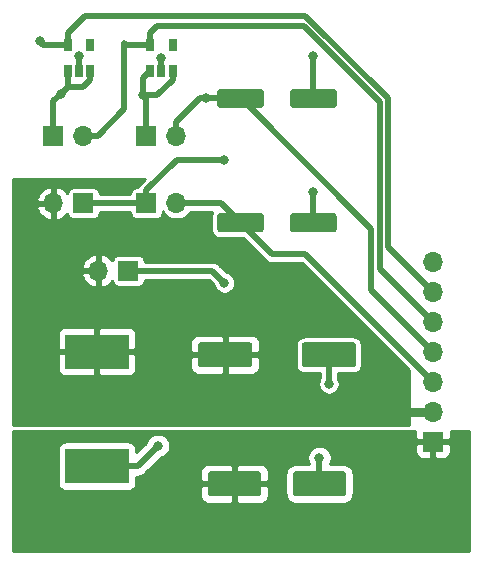
<source format=gbr>
G04 #@! TF.GenerationSoftware,KiCad,Pcbnew,5.1.5-1.fc30*
G04 #@! TF.CreationDate,2020-12-14T14:28:46-06:00*
G04 #@! TF.ProjectId,auxiliary_power,61757869-6c69-4617-9279-5f706f776572,rev?*
G04 #@! TF.SameCoordinates,Original*
G04 #@! TF.FileFunction,Copper,L1,Top*
G04 #@! TF.FilePolarity,Positive*
%FSLAX46Y46*%
G04 Gerber Fmt 4.6, Leading zero omitted, Abs format (unit mm)*
G04 Created by KiCad (PCBNEW 5.1.5-1.fc30) date 2020-12-14 14:28:46*
%MOMM*%
%LPD*%
G04 APERTURE LIST*
%ADD10R,0.650000X1.060000*%
%ADD11R,5.400000X2.900000*%
%ADD12O,1.700000X1.700000*%
%ADD13R,1.700000X1.700000*%
%ADD14C,0.100000*%
%ADD15C,0.800000*%
%ADD16C,0.500000*%
%ADD17C,0.500000*%
%ADD18C,0.250000*%
%ADD19C,0.750000*%
%ADD20C,0.254000*%
G04 APERTURE END LIST*
D10*
X93665000Y-74592000D03*
X95565000Y-74592000D03*
X95565000Y-76792000D03*
X94615000Y-76792000D03*
X93665000Y-76792000D03*
X100650000Y-74592000D03*
X102550000Y-74592000D03*
X102550000Y-76792000D03*
X101600000Y-76792000D03*
X100650000Y-76792000D03*
D11*
X96139000Y-110260000D03*
X96139000Y-100560000D03*
D12*
X102870000Y-88011000D03*
D13*
X100330000Y-88011000D03*
D12*
X94996000Y-82296000D03*
D13*
X92456000Y-82296000D03*
D12*
X92456000Y-88011000D03*
D13*
X94996000Y-88011000D03*
D12*
X102870000Y-82296000D03*
D13*
X100330000Y-82296000D03*
D12*
X96266000Y-93726000D03*
D13*
X98806000Y-93726000D03*
D12*
X124587000Y-92964000D03*
X124587000Y-95504000D03*
X124587000Y-98044000D03*
X124587000Y-100584000D03*
X124587000Y-103124000D03*
X124587000Y-105664000D03*
D13*
X124587000Y-108204000D03*
G04 #@! TA.AperFunction,SMDPad,CuDef*
D14*
G36*
X117853504Y-99789204D02*
G01*
X117877773Y-99792804D01*
X117901571Y-99798765D01*
X117924671Y-99807030D01*
X117946849Y-99817520D01*
X117967893Y-99830133D01*
X117987598Y-99844747D01*
X118005777Y-99861223D01*
X118022253Y-99879402D01*
X118036867Y-99899107D01*
X118049480Y-99920151D01*
X118059970Y-99942329D01*
X118068235Y-99965429D01*
X118074196Y-99989227D01*
X118077796Y-100013496D01*
X118079000Y-100038000D01*
X118079000Y-101638000D01*
X118077796Y-101662504D01*
X118074196Y-101686773D01*
X118068235Y-101710571D01*
X118059970Y-101733671D01*
X118049480Y-101755849D01*
X118036867Y-101776893D01*
X118022253Y-101796598D01*
X118005777Y-101814777D01*
X117987598Y-101831253D01*
X117967893Y-101845867D01*
X117946849Y-101858480D01*
X117924671Y-101868970D01*
X117901571Y-101877235D01*
X117877773Y-101883196D01*
X117853504Y-101886796D01*
X117829000Y-101888000D01*
X113729000Y-101888000D01*
X113704496Y-101886796D01*
X113680227Y-101883196D01*
X113656429Y-101877235D01*
X113633329Y-101868970D01*
X113611151Y-101858480D01*
X113590107Y-101845867D01*
X113570402Y-101831253D01*
X113552223Y-101814777D01*
X113535747Y-101796598D01*
X113521133Y-101776893D01*
X113508520Y-101755849D01*
X113498030Y-101733671D01*
X113489765Y-101710571D01*
X113483804Y-101686773D01*
X113480204Y-101662504D01*
X113479000Y-101638000D01*
X113479000Y-100038000D01*
X113480204Y-100013496D01*
X113483804Y-99989227D01*
X113489765Y-99965429D01*
X113498030Y-99942329D01*
X113508520Y-99920151D01*
X113521133Y-99899107D01*
X113535747Y-99879402D01*
X113552223Y-99861223D01*
X113570402Y-99844747D01*
X113590107Y-99830133D01*
X113611151Y-99817520D01*
X113633329Y-99807030D01*
X113656429Y-99798765D01*
X113680227Y-99792804D01*
X113704496Y-99789204D01*
X113729000Y-99788000D01*
X117829000Y-99788000D01*
X117853504Y-99789204D01*
G37*
G04 #@! TD.AperFunction*
G04 #@! TA.AperFunction,SMDPad,CuDef*
G36*
X109053504Y-99789204D02*
G01*
X109077773Y-99792804D01*
X109101571Y-99798765D01*
X109124671Y-99807030D01*
X109146849Y-99817520D01*
X109167893Y-99830133D01*
X109187598Y-99844747D01*
X109205777Y-99861223D01*
X109222253Y-99879402D01*
X109236867Y-99899107D01*
X109249480Y-99920151D01*
X109259970Y-99942329D01*
X109268235Y-99965429D01*
X109274196Y-99989227D01*
X109277796Y-100013496D01*
X109279000Y-100038000D01*
X109279000Y-101638000D01*
X109277796Y-101662504D01*
X109274196Y-101686773D01*
X109268235Y-101710571D01*
X109259970Y-101733671D01*
X109249480Y-101755849D01*
X109236867Y-101776893D01*
X109222253Y-101796598D01*
X109205777Y-101814777D01*
X109187598Y-101831253D01*
X109167893Y-101845867D01*
X109146849Y-101858480D01*
X109124671Y-101868970D01*
X109101571Y-101877235D01*
X109077773Y-101883196D01*
X109053504Y-101886796D01*
X109029000Y-101888000D01*
X104929000Y-101888000D01*
X104904496Y-101886796D01*
X104880227Y-101883196D01*
X104856429Y-101877235D01*
X104833329Y-101868970D01*
X104811151Y-101858480D01*
X104790107Y-101845867D01*
X104770402Y-101831253D01*
X104752223Y-101814777D01*
X104735747Y-101796598D01*
X104721133Y-101776893D01*
X104708520Y-101755849D01*
X104698030Y-101733671D01*
X104689765Y-101710571D01*
X104683804Y-101686773D01*
X104680204Y-101662504D01*
X104679000Y-101638000D01*
X104679000Y-100038000D01*
X104680204Y-100013496D01*
X104683804Y-99989227D01*
X104689765Y-99965429D01*
X104698030Y-99942329D01*
X104708520Y-99920151D01*
X104721133Y-99899107D01*
X104735747Y-99879402D01*
X104752223Y-99861223D01*
X104770402Y-99844747D01*
X104790107Y-99830133D01*
X104811151Y-99817520D01*
X104833329Y-99807030D01*
X104856429Y-99798765D01*
X104880227Y-99792804D01*
X104904496Y-99789204D01*
X104929000Y-99788000D01*
X109029000Y-99788000D01*
X109053504Y-99789204D01*
G37*
G04 #@! TD.AperFunction*
G04 #@! TA.AperFunction,SMDPad,CuDef*
G36*
X117003504Y-110711204D02*
G01*
X117027773Y-110714804D01*
X117051571Y-110720765D01*
X117074671Y-110729030D01*
X117096849Y-110739520D01*
X117117893Y-110752133D01*
X117137598Y-110766747D01*
X117155777Y-110783223D01*
X117172253Y-110801402D01*
X117186867Y-110821107D01*
X117199480Y-110842151D01*
X117209970Y-110864329D01*
X117218235Y-110887429D01*
X117224196Y-110911227D01*
X117227796Y-110935496D01*
X117229000Y-110960000D01*
X117229000Y-112560000D01*
X117227796Y-112584504D01*
X117224196Y-112608773D01*
X117218235Y-112632571D01*
X117209970Y-112655671D01*
X117199480Y-112677849D01*
X117186867Y-112698893D01*
X117172253Y-112718598D01*
X117155777Y-112736777D01*
X117137598Y-112753253D01*
X117117893Y-112767867D01*
X117096849Y-112780480D01*
X117074671Y-112790970D01*
X117051571Y-112799235D01*
X117027773Y-112805196D01*
X117003504Y-112808796D01*
X116979000Y-112810000D01*
X112979000Y-112810000D01*
X112954496Y-112808796D01*
X112930227Y-112805196D01*
X112906429Y-112799235D01*
X112883329Y-112790970D01*
X112861151Y-112780480D01*
X112840107Y-112767867D01*
X112820402Y-112753253D01*
X112802223Y-112736777D01*
X112785747Y-112718598D01*
X112771133Y-112698893D01*
X112758520Y-112677849D01*
X112748030Y-112655671D01*
X112739765Y-112632571D01*
X112733804Y-112608773D01*
X112730204Y-112584504D01*
X112729000Y-112560000D01*
X112729000Y-110960000D01*
X112730204Y-110935496D01*
X112733804Y-110911227D01*
X112739765Y-110887429D01*
X112748030Y-110864329D01*
X112758520Y-110842151D01*
X112771133Y-110821107D01*
X112785747Y-110801402D01*
X112802223Y-110783223D01*
X112820402Y-110766747D01*
X112840107Y-110752133D01*
X112861151Y-110739520D01*
X112883329Y-110729030D01*
X112906429Y-110720765D01*
X112930227Y-110714804D01*
X112954496Y-110711204D01*
X112979000Y-110710000D01*
X116979000Y-110710000D01*
X117003504Y-110711204D01*
G37*
G04 #@! TD.AperFunction*
G04 #@! TA.AperFunction,SMDPad,CuDef*
G36*
X109803504Y-110711204D02*
G01*
X109827773Y-110714804D01*
X109851571Y-110720765D01*
X109874671Y-110729030D01*
X109896849Y-110739520D01*
X109917893Y-110752133D01*
X109937598Y-110766747D01*
X109955777Y-110783223D01*
X109972253Y-110801402D01*
X109986867Y-110821107D01*
X109999480Y-110842151D01*
X110009970Y-110864329D01*
X110018235Y-110887429D01*
X110024196Y-110911227D01*
X110027796Y-110935496D01*
X110029000Y-110960000D01*
X110029000Y-112560000D01*
X110027796Y-112584504D01*
X110024196Y-112608773D01*
X110018235Y-112632571D01*
X110009970Y-112655671D01*
X109999480Y-112677849D01*
X109986867Y-112698893D01*
X109972253Y-112718598D01*
X109955777Y-112736777D01*
X109937598Y-112753253D01*
X109917893Y-112767867D01*
X109896849Y-112780480D01*
X109874671Y-112790970D01*
X109851571Y-112799235D01*
X109827773Y-112805196D01*
X109803504Y-112808796D01*
X109779000Y-112810000D01*
X105779000Y-112810000D01*
X105754496Y-112808796D01*
X105730227Y-112805196D01*
X105706429Y-112799235D01*
X105683329Y-112790970D01*
X105661151Y-112780480D01*
X105640107Y-112767867D01*
X105620402Y-112753253D01*
X105602223Y-112736777D01*
X105585747Y-112718598D01*
X105571133Y-112698893D01*
X105558520Y-112677849D01*
X105548030Y-112655671D01*
X105539765Y-112632571D01*
X105533804Y-112608773D01*
X105530204Y-112584504D01*
X105529000Y-112560000D01*
X105529000Y-110960000D01*
X105530204Y-110935496D01*
X105533804Y-110911227D01*
X105539765Y-110887429D01*
X105548030Y-110864329D01*
X105558520Y-110842151D01*
X105571133Y-110821107D01*
X105585747Y-110801402D01*
X105602223Y-110783223D01*
X105620402Y-110766747D01*
X105640107Y-110752133D01*
X105661151Y-110739520D01*
X105683329Y-110729030D01*
X105706429Y-110720765D01*
X105730227Y-110714804D01*
X105754496Y-110711204D01*
X105779000Y-110710000D01*
X109779000Y-110710000D01*
X109803504Y-110711204D01*
G37*
G04 #@! TD.AperFunction*
G04 #@! TA.AperFunction,SMDPad,CuDef*
G36*
X116203504Y-88863204D02*
G01*
X116227773Y-88866804D01*
X116251571Y-88872765D01*
X116274671Y-88881030D01*
X116296849Y-88891520D01*
X116317893Y-88904133D01*
X116337598Y-88918747D01*
X116355777Y-88935223D01*
X116372253Y-88953402D01*
X116386867Y-88973107D01*
X116399480Y-88994151D01*
X116409970Y-89016329D01*
X116418235Y-89039429D01*
X116424196Y-89063227D01*
X116427796Y-89087496D01*
X116429000Y-89112000D01*
X116429000Y-90212000D01*
X116427796Y-90236504D01*
X116424196Y-90260773D01*
X116418235Y-90284571D01*
X116409970Y-90307671D01*
X116399480Y-90329849D01*
X116386867Y-90350893D01*
X116372253Y-90370598D01*
X116355777Y-90388777D01*
X116337598Y-90405253D01*
X116317893Y-90419867D01*
X116296849Y-90432480D01*
X116274671Y-90442970D01*
X116251571Y-90451235D01*
X116227773Y-90457196D01*
X116203504Y-90460796D01*
X116179000Y-90462000D01*
X112754000Y-90462000D01*
X112729496Y-90460796D01*
X112705227Y-90457196D01*
X112681429Y-90451235D01*
X112658329Y-90442970D01*
X112636151Y-90432480D01*
X112615107Y-90419867D01*
X112595402Y-90405253D01*
X112577223Y-90388777D01*
X112560747Y-90370598D01*
X112546133Y-90350893D01*
X112533520Y-90329849D01*
X112523030Y-90307671D01*
X112514765Y-90284571D01*
X112508804Y-90260773D01*
X112505204Y-90236504D01*
X112504000Y-90212000D01*
X112504000Y-89112000D01*
X112505204Y-89087496D01*
X112508804Y-89063227D01*
X112514765Y-89039429D01*
X112523030Y-89016329D01*
X112533520Y-88994151D01*
X112546133Y-88973107D01*
X112560747Y-88953402D01*
X112577223Y-88935223D01*
X112595402Y-88918747D01*
X112615107Y-88904133D01*
X112636151Y-88891520D01*
X112658329Y-88881030D01*
X112681429Y-88872765D01*
X112705227Y-88866804D01*
X112729496Y-88863204D01*
X112754000Y-88862000D01*
X116179000Y-88862000D01*
X116203504Y-88863204D01*
G37*
G04 #@! TD.AperFunction*
G04 #@! TA.AperFunction,SMDPad,CuDef*
G36*
X110028504Y-88863204D02*
G01*
X110052773Y-88866804D01*
X110076571Y-88872765D01*
X110099671Y-88881030D01*
X110121849Y-88891520D01*
X110142893Y-88904133D01*
X110162598Y-88918747D01*
X110180777Y-88935223D01*
X110197253Y-88953402D01*
X110211867Y-88973107D01*
X110224480Y-88994151D01*
X110234970Y-89016329D01*
X110243235Y-89039429D01*
X110249196Y-89063227D01*
X110252796Y-89087496D01*
X110254000Y-89112000D01*
X110254000Y-90212000D01*
X110252796Y-90236504D01*
X110249196Y-90260773D01*
X110243235Y-90284571D01*
X110234970Y-90307671D01*
X110224480Y-90329849D01*
X110211867Y-90350893D01*
X110197253Y-90370598D01*
X110180777Y-90388777D01*
X110162598Y-90405253D01*
X110142893Y-90419867D01*
X110121849Y-90432480D01*
X110099671Y-90442970D01*
X110076571Y-90451235D01*
X110052773Y-90457196D01*
X110028504Y-90460796D01*
X110004000Y-90462000D01*
X106579000Y-90462000D01*
X106554496Y-90460796D01*
X106530227Y-90457196D01*
X106506429Y-90451235D01*
X106483329Y-90442970D01*
X106461151Y-90432480D01*
X106440107Y-90419867D01*
X106420402Y-90405253D01*
X106402223Y-90388777D01*
X106385747Y-90370598D01*
X106371133Y-90350893D01*
X106358520Y-90329849D01*
X106348030Y-90307671D01*
X106339765Y-90284571D01*
X106333804Y-90260773D01*
X106330204Y-90236504D01*
X106329000Y-90212000D01*
X106329000Y-89112000D01*
X106330204Y-89087496D01*
X106333804Y-89063227D01*
X106339765Y-89039429D01*
X106348030Y-89016329D01*
X106358520Y-88994151D01*
X106371133Y-88973107D01*
X106385747Y-88953402D01*
X106402223Y-88935223D01*
X106420402Y-88918747D01*
X106440107Y-88904133D01*
X106461151Y-88891520D01*
X106483329Y-88881030D01*
X106506429Y-88872765D01*
X106530227Y-88866804D01*
X106554496Y-88863204D01*
X106579000Y-88862000D01*
X110004000Y-88862000D01*
X110028504Y-88863204D01*
G37*
G04 #@! TD.AperFunction*
G04 #@! TA.AperFunction,SMDPad,CuDef*
G36*
X116203504Y-78322204D02*
G01*
X116227773Y-78325804D01*
X116251571Y-78331765D01*
X116274671Y-78340030D01*
X116296849Y-78350520D01*
X116317893Y-78363133D01*
X116337598Y-78377747D01*
X116355777Y-78394223D01*
X116372253Y-78412402D01*
X116386867Y-78432107D01*
X116399480Y-78453151D01*
X116409970Y-78475329D01*
X116418235Y-78498429D01*
X116424196Y-78522227D01*
X116427796Y-78546496D01*
X116429000Y-78571000D01*
X116429000Y-79671000D01*
X116427796Y-79695504D01*
X116424196Y-79719773D01*
X116418235Y-79743571D01*
X116409970Y-79766671D01*
X116399480Y-79788849D01*
X116386867Y-79809893D01*
X116372253Y-79829598D01*
X116355777Y-79847777D01*
X116337598Y-79864253D01*
X116317893Y-79878867D01*
X116296849Y-79891480D01*
X116274671Y-79901970D01*
X116251571Y-79910235D01*
X116227773Y-79916196D01*
X116203504Y-79919796D01*
X116179000Y-79921000D01*
X112754000Y-79921000D01*
X112729496Y-79919796D01*
X112705227Y-79916196D01*
X112681429Y-79910235D01*
X112658329Y-79901970D01*
X112636151Y-79891480D01*
X112615107Y-79878867D01*
X112595402Y-79864253D01*
X112577223Y-79847777D01*
X112560747Y-79829598D01*
X112546133Y-79809893D01*
X112533520Y-79788849D01*
X112523030Y-79766671D01*
X112514765Y-79743571D01*
X112508804Y-79719773D01*
X112505204Y-79695504D01*
X112504000Y-79671000D01*
X112504000Y-78571000D01*
X112505204Y-78546496D01*
X112508804Y-78522227D01*
X112514765Y-78498429D01*
X112523030Y-78475329D01*
X112533520Y-78453151D01*
X112546133Y-78432107D01*
X112560747Y-78412402D01*
X112577223Y-78394223D01*
X112595402Y-78377747D01*
X112615107Y-78363133D01*
X112636151Y-78350520D01*
X112658329Y-78340030D01*
X112681429Y-78331765D01*
X112705227Y-78325804D01*
X112729496Y-78322204D01*
X112754000Y-78321000D01*
X116179000Y-78321000D01*
X116203504Y-78322204D01*
G37*
G04 #@! TD.AperFunction*
G04 #@! TA.AperFunction,SMDPad,CuDef*
G36*
X110028504Y-78322204D02*
G01*
X110052773Y-78325804D01*
X110076571Y-78331765D01*
X110099671Y-78340030D01*
X110121849Y-78350520D01*
X110142893Y-78363133D01*
X110162598Y-78377747D01*
X110180777Y-78394223D01*
X110197253Y-78412402D01*
X110211867Y-78432107D01*
X110224480Y-78453151D01*
X110234970Y-78475329D01*
X110243235Y-78498429D01*
X110249196Y-78522227D01*
X110252796Y-78546496D01*
X110254000Y-78571000D01*
X110254000Y-79671000D01*
X110252796Y-79695504D01*
X110249196Y-79719773D01*
X110243235Y-79743571D01*
X110234970Y-79766671D01*
X110224480Y-79788849D01*
X110211867Y-79809893D01*
X110197253Y-79829598D01*
X110180777Y-79847777D01*
X110162598Y-79864253D01*
X110142893Y-79878867D01*
X110121849Y-79891480D01*
X110099671Y-79901970D01*
X110076571Y-79910235D01*
X110052773Y-79916196D01*
X110028504Y-79919796D01*
X110004000Y-79921000D01*
X106579000Y-79921000D01*
X106554496Y-79919796D01*
X106530227Y-79916196D01*
X106506429Y-79910235D01*
X106483329Y-79901970D01*
X106461151Y-79891480D01*
X106440107Y-79878867D01*
X106420402Y-79864253D01*
X106402223Y-79847777D01*
X106385747Y-79829598D01*
X106371133Y-79809893D01*
X106358520Y-79788849D01*
X106348030Y-79766671D01*
X106339765Y-79743571D01*
X106333804Y-79719773D01*
X106330204Y-79695504D01*
X106329000Y-79671000D01*
X106329000Y-78571000D01*
X106330204Y-78546496D01*
X106333804Y-78522227D01*
X106339765Y-78498429D01*
X106348030Y-78475329D01*
X106358520Y-78453151D01*
X106371133Y-78432107D01*
X106385747Y-78412402D01*
X106402223Y-78394223D01*
X106420402Y-78377747D01*
X106440107Y-78363133D01*
X106461151Y-78350520D01*
X106483329Y-78340030D01*
X106506429Y-78331765D01*
X106530227Y-78325804D01*
X106554496Y-78322204D01*
X106579000Y-78321000D01*
X110004000Y-78321000D01*
X110028504Y-78322204D01*
G37*
G04 #@! TD.AperFunction*
D15*
X115779000Y-103296000D03*
X114979000Y-109557000D03*
X114466500Y-75525500D03*
X114466500Y-87034500D03*
X101600000Y-75692000D03*
X94615000Y-75565000D03*
X93091000Y-78740000D03*
X100076000Y-78867000D03*
D16*
X98425000Y-74422000D03*
D15*
X91313000Y-74295000D03*
X106934000Y-94742000D03*
X106925000Y-84312000D03*
X105410000Y-79121000D03*
X108966000Y-111760000D03*
X105918000Y-115062000D03*
X110871000Y-100838000D03*
X101299000Y-108538000D03*
D17*
X115779000Y-100838000D02*
X115779000Y-103296000D01*
D18*
X115779000Y-103296000D02*
X115779000Y-103296000D01*
D17*
X114979000Y-111760000D02*
X114979000Y-109557000D01*
D18*
X114979000Y-109557000D02*
X114979000Y-109557000D01*
D17*
X114466500Y-79121000D02*
X114466500Y-75525500D01*
D18*
X114466500Y-75525500D02*
X114466500Y-75525500D01*
D17*
X114466500Y-89662000D02*
X114466500Y-87034500D01*
D18*
X114466500Y-87034500D02*
X114466500Y-87034500D01*
D17*
X101600000Y-76792000D02*
X101600000Y-75692000D01*
D18*
X101600000Y-75692000D02*
X101600000Y-75692000D01*
D17*
X94615000Y-76792000D02*
X94615000Y-76012000D01*
X94615000Y-76012000D02*
X94615000Y-75565000D01*
D18*
X94615000Y-75565000D02*
X94615000Y-75565000D01*
D17*
X92456000Y-79375000D02*
X93091000Y-78740000D01*
X92456000Y-82296000D02*
X92456000Y-79375000D01*
X93665000Y-78166000D02*
X93091000Y-78740000D01*
X93665000Y-76792000D02*
X93665000Y-78166000D01*
X94971000Y-78166000D02*
X93665000Y-78166000D01*
X95565000Y-77572000D02*
X94971000Y-78166000D01*
X95565000Y-76792000D02*
X95565000Y-77572000D01*
X100330000Y-79121000D02*
X100076000Y-78867000D01*
X100330000Y-82296000D02*
X100330000Y-79121000D01*
X100076000Y-77366000D02*
X100650000Y-76792000D01*
X100076000Y-78867000D02*
X100076000Y-77366000D01*
X100641685Y-78867000D02*
X100076000Y-78867000D01*
X101255000Y-78867000D02*
X100641685Y-78867000D01*
X102550000Y-77572000D02*
X101255000Y-78867000D01*
X102550000Y-76792000D02*
X102550000Y-77572000D01*
X100650000Y-74592000D02*
X98595000Y-74592000D01*
X98595000Y-74592000D02*
X98425000Y-74422000D01*
D18*
X98425000Y-74422000D02*
X98425000Y-74422000D01*
D17*
X98425000Y-74987685D02*
X98425000Y-74422000D01*
X98425000Y-80069081D02*
X98425000Y-74987685D01*
X96198081Y-82296000D02*
X98425000Y-80069081D01*
X94996000Y-82296000D02*
X96198081Y-82296000D01*
X123737001Y-97194001D02*
X124587000Y-98044000D01*
X100650000Y-74592000D02*
X100650000Y-73562000D01*
X100650000Y-73562000D02*
X101187000Y-73025000D01*
X120076990Y-93533990D02*
X123737001Y-97194001D01*
X101187000Y-73025000D02*
X113691038Y-73025000D01*
X120076990Y-79410952D02*
X120076990Y-93533990D01*
X113691038Y-73025000D02*
X120076990Y-79410952D01*
X93665000Y-74592000D02*
X91610000Y-74592000D01*
X91610000Y-74592000D02*
X91313000Y-74295000D01*
D18*
X91313000Y-74295000D02*
X91313000Y-74295000D01*
D17*
X93665000Y-73562000D02*
X95091000Y-72136000D01*
X93665000Y-74592000D02*
X93665000Y-73562000D01*
X95091000Y-72136000D02*
X113792000Y-72136000D01*
X113792000Y-72136000D02*
X120777000Y-79121000D01*
X120777000Y-91694000D02*
X124587000Y-95504000D01*
X120777000Y-79121000D02*
X120777000Y-91694000D01*
X105918000Y-93726000D02*
X106934000Y-94742000D01*
X98806000Y-93726000D02*
X105918000Y-93726000D01*
X94996000Y-88011000D02*
X100330000Y-88011000D01*
X106359315Y-84312000D02*
X106925000Y-84312000D01*
X102929000Y-84312000D02*
X106359315Y-84312000D01*
X100330000Y-86911000D02*
X102929000Y-84312000D01*
X100330000Y-88011000D02*
X100330000Y-86911000D01*
D18*
X106329000Y-79121000D02*
X108291500Y-79121000D01*
D17*
X104842919Y-79121000D02*
X105410000Y-79121000D01*
X102870000Y-81093919D02*
X104842919Y-79121000D01*
X102870000Y-82296000D02*
X102870000Y-81093919D01*
X105410000Y-79121000D02*
X106329000Y-79121000D01*
X119376980Y-95373980D02*
X123737001Y-99734001D01*
X123737001Y-99734001D02*
X124587000Y-100584000D01*
X119376980Y-90206480D02*
X119376980Y-95373980D01*
X108291500Y-79121000D02*
X119376980Y-90206480D01*
X106640500Y-88011000D02*
X108291500Y-89662000D01*
X102870000Y-88011000D02*
X105283000Y-88011000D01*
X105283000Y-88011000D02*
X106640500Y-88011000D01*
X110958500Y-92329000D02*
X108291500Y-89662000D01*
X124587000Y-103124000D02*
X113792000Y-92329000D01*
X113792000Y-92329000D02*
X110958500Y-92329000D01*
D18*
X96417000Y-100838000D02*
X96139000Y-100560000D01*
X110871000Y-100838000D02*
X110871000Y-100838000D01*
X96266000Y-100433000D02*
X96139000Y-100560000D01*
D19*
X124587000Y-105664000D02*
X121412000Y-105664000D01*
D17*
X99577000Y-110260000D02*
X101299000Y-108538000D01*
X96139000Y-110260000D02*
X99577000Y-110260000D01*
D20*
G36*
X123098928Y-107354000D02*
G01*
X123102000Y-107918250D01*
X123260750Y-108077000D01*
X124460000Y-108077000D01*
X124460000Y-108057000D01*
X124714000Y-108057000D01*
X124714000Y-108077000D01*
X125913250Y-108077000D01*
X126072000Y-107918250D01*
X126075072Y-107354000D01*
X126071231Y-107315000D01*
X127610000Y-107315000D01*
X127610001Y-117450000D01*
X89027000Y-117450000D01*
X89027000Y-112810000D01*
X104890928Y-112810000D01*
X104903188Y-112934482D01*
X104939498Y-113054180D01*
X104998463Y-113164494D01*
X105077815Y-113261185D01*
X105174506Y-113340537D01*
X105284820Y-113399502D01*
X105404518Y-113435812D01*
X105529000Y-113448072D01*
X107493250Y-113445000D01*
X107652000Y-113286250D01*
X107652000Y-111887000D01*
X107906000Y-111887000D01*
X107906000Y-113286250D01*
X108064750Y-113445000D01*
X110029000Y-113448072D01*
X110153482Y-113435812D01*
X110273180Y-113399502D01*
X110383494Y-113340537D01*
X110480185Y-113261185D01*
X110559537Y-113164494D01*
X110618502Y-113054180D01*
X110654812Y-112934482D01*
X110667072Y-112810000D01*
X110664000Y-112045750D01*
X110505250Y-111887000D01*
X107906000Y-111887000D01*
X107652000Y-111887000D01*
X105052750Y-111887000D01*
X104894000Y-112045750D01*
X104890928Y-112810000D01*
X89027000Y-112810000D01*
X89027000Y-108810000D01*
X92800928Y-108810000D01*
X92800928Y-111710000D01*
X92813188Y-111834482D01*
X92849498Y-111954180D01*
X92908463Y-112064494D01*
X92987815Y-112161185D01*
X93084506Y-112240537D01*
X93194820Y-112299502D01*
X93314518Y-112335812D01*
X93439000Y-112348072D01*
X98839000Y-112348072D01*
X98963482Y-112335812D01*
X99083180Y-112299502D01*
X99193494Y-112240537D01*
X99290185Y-112161185D01*
X99369537Y-112064494D01*
X99428502Y-111954180D01*
X99464812Y-111834482D01*
X99477072Y-111710000D01*
X99477072Y-111145000D01*
X99533531Y-111145000D01*
X99577000Y-111149281D01*
X99620469Y-111145000D01*
X99620477Y-111145000D01*
X99750490Y-111132195D01*
X99917313Y-111081589D01*
X100071059Y-110999411D01*
X100205817Y-110888817D01*
X100233534Y-110855044D01*
X100378578Y-110710000D01*
X104890928Y-110710000D01*
X104894000Y-111474250D01*
X105052750Y-111633000D01*
X107652000Y-111633000D01*
X107652000Y-110233750D01*
X107906000Y-110233750D01*
X107906000Y-111633000D01*
X110505250Y-111633000D01*
X110664000Y-111474250D01*
X110666067Y-110960000D01*
X112090928Y-110960000D01*
X112090928Y-112560000D01*
X112107992Y-112733254D01*
X112158528Y-112899850D01*
X112240595Y-113053386D01*
X112351038Y-113187962D01*
X112485614Y-113298405D01*
X112639150Y-113380472D01*
X112805746Y-113431008D01*
X112979000Y-113448072D01*
X116979000Y-113448072D01*
X117152254Y-113431008D01*
X117318850Y-113380472D01*
X117472386Y-113298405D01*
X117606962Y-113187962D01*
X117717405Y-113053386D01*
X117799472Y-112899850D01*
X117850008Y-112733254D01*
X117867072Y-112560000D01*
X117867072Y-110960000D01*
X117850008Y-110786746D01*
X117799472Y-110620150D01*
X117717405Y-110466614D01*
X117606962Y-110332038D01*
X117472386Y-110221595D01*
X117318850Y-110139528D01*
X117152254Y-110088992D01*
X116979000Y-110071928D01*
X115879720Y-110071928D01*
X115896205Y-110047256D01*
X115974226Y-109858898D01*
X116014000Y-109658939D01*
X116014000Y-109455061D01*
X115974226Y-109255102D01*
X115896205Y-109066744D01*
X115887690Y-109054000D01*
X123098928Y-109054000D01*
X123111188Y-109178482D01*
X123147498Y-109298180D01*
X123206463Y-109408494D01*
X123285815Y-109505185D01*
X123382506Y-109584537D01*
X123492820Y-109643502D01*
X123612518Y-109679812D01*
X123737000Y-109692072D01*
X124301250Y-109689000D01*
X124460000Y-109530250D01*
X124460000Y-108331000D01*
X124714000Y-108331000D01*
X124714000Y-109530250D01*
X124872750Y-109689000D01*
X125437000Y-109692072D01*
X125561482Y-109679812D01*
X125681180Y-109643502D01*
X125791494Y-109584537D01*
X125888185Y-109505185D01*
X125967537Y-109408494D01*
X126026502Y-109298180D01*
X126062812Y-109178482D01*
X126075072Y-109054000D01*
X126072000Y-108489750D01*
X125913250Y-108331000D01*
X124714000Y-108331000D01*
X124460000Y-108331000D01*
X123260750Y-108331000D01*
X123102000Y-108489750D01*
X123098928Y-109054000D01*
X115887690Y-109054000D01*
X115782937Y-108897226D01*
X115638774Y-108753063D01*
X115469256Y-108639795D01*
X115280898Y-108561774D01*
X115080939Y-108522000D01*
X114877061Y-108522000D01*
X114677102Y-108561774D01*
X114488744Y-108639795D01*
X114319226Y-108753063D01*
X114175063Y-108897226D01*
X114061795Y-109066744D01*
X113983774Y-109255102D01*
X113944000Y-109455061D01*
X113944000Y-109658939D01*
X113983774Y-109858898D01*
X114061795Y-110047256D01*
X114078280Y-110071928D01*
X112979000Y-110071928D01*
X112805746Y-110088992D01*
X112639150Y-110139528D01*
X112485614Y-110221595D01*
X112351038Y-110332038D01*
X112240595Y-110466614D01*
X112158528Y-110620150D01*
X112107992Y-110786746D01*
X112090928Y-110960000D01*
X110666067Y-110960000D01*
X110667072Y-110710000D01*
X110654812Y-110585518D01*
X110618502Y-110465820D01*
X110559537Y-110355506D01*
X110480185Y-110258815D01*
X110383494Y-110179463D01*
X110273180Y-110120498D01*
X110153482Y-110084188D01*
X110029000Y-110071928D01*
X108064750Y-110075000D01*
X107906000Y-110233750D01*
X107652000Y-110233750D01*
X107493250Y-110075000D01*
X105529000Y-110071928D01*
X105404518Y-110084188D01*
X105284820Y-110120498D01*
X105174506Y-110179463D01*
X105077815Y-110258815D01*
X104998463Y-110355506D01*
X104939498Y-110465820D01*
X104903188Y-110585518D01*
X104890928Y-110710000D01*
X100378578Y-110710000D01*
X101544044Y-109544535D01*
X101600898Y-109533226D01*
X101789256Y-109455205D01*
X101958774Y-109341937D01*
X102102937Y-109197774D01*
X102216205Y-109028256D01*
X102294226Y-108839898D01*
X102334000Y-108639939D01*
X102334000Y-108436061D01*
X102294226Y-108236102D01*
X102216205Y-108047744D01*
X102102937Y-107878226D01*
X101958774Y-107734063D01*
X101789256Y-107620795D01*
X101600898Y-107542774D01*
X101400939Y-107503000D01*
X101197061Y-107503000D01*
X100997102Y-107542774D01*
X100808744Y-107620795D01*
X100639226Y-107734063D01*
X100495063Y-107878226D01*
X100381795Y-108047744D01*
X100303774Y-108236102D01*
X100292465Y-108292956D01*
X99477072Y-109108350D01*
X99477072Y-108810000D01*
X99464812Y-108685518D01*
X99428502Y-108565820D01*
X99369537Y-108455506D01*
X99290185Y-108358815D01*
X99193494Y-108279463D01*
X99083180Y-108220498D01*
X98963482Y-108184188D01*
X98839000Y-108171928D01*
X93439000Y-108171928D01*
X93314518Y-108184188D01*
X93194820Y-108220498D01*
X93084506Y-108279463D01*
X92987815Y-108358815D01*
X92908463Y-108455506D01*
X92849498Y-108565820D01*
X92813188Y-108685518D01*
X92800928Y-108810000D01*
X89027000Y-108810000D01*
X89027000Y-107315000D01*
X123102769Y-107315000D01*
X123098928Y-107354000D01*
G37*
X123098928Y-107354000D02*
X123102000Y-107918250D01*
X123260750Y-108077000D01*
X124460000Y-108077000D01*
X124460000Y-108057000D01*
X124714000Y-108057000D01*
X124714000Y-108077000D01*
X125913250Y-108077000D01*
X126072000Y-107918250D01*
X126075072Y-107354000D01*
X126071231Y-107315000D01*
X127610000Y-107315000D01*
X127610001Y-117450000D01*
X89027000Y-117450000D01*
X89027000Y-112810000D01*
X104890928Y-112810000D01*
X104903188Y-112934482D01*
X104939498Y-113054180D01*
X104998463Y-113164494D01*
X105077815Y-113261185D01*
X105174506Y-113340537D01*
X105284820Y-113399502D01*
X105404518Y-113435812D01*
X105529000Y-113448072D01*
X107493250Y-113445000D01*
X107652000Y-113286250D01*
X107652000Y-111887000D01*
X107906000Y-111887000D01*
X107906000Y-113286250D01*
X108064750Y-113445000D01*
X110029000Y-113448072D01*
X110153482Y-113435812D01*
X110273180Y-113399502D01*
X110383494Y-113340537D01*
X110480185Y-113261185D01*
X110559537Y-113164494D01*
X110618502Y-113054180D01*
X110654812Y-112934482D01*
X110667072Y-112810000D01*
X110664000Y-112045750D01*
X110505250Y-111887000D01*
X107906000Y-111887000D01*
X107652000Y-111887000D01*
X105052750Y-111887000D01*
X104894000Y-112045750D01*
X104890928Y-112810000D01*
X89027000Y-112810000D01*
X89027000Y-108810000D01*
X92800928Y-108810000D01*
X92800928Y-111710000D01*
X92813188Y-111834482D01*
X92849498Y-111954180D01*
X92908463Y-112064494D01*
X92987815Y-112161185D01*
X93084506Y-112240537D01*
X93194820Y-112299502D01*
X93314518Y-112335812D01*
X93439000Y-112348072D01*
X98839000Y-112348072D01*
X98963482Y-112335812D01*
X99083180Y-112299502D01*
X99193494Y-112240537D01*
X99290185Y-112161185D01*
X99369537Y-112064494D01*
X99428502Y-111954180D01*
X99464812Y-111834482D01*
X99477072Y-111710000D01*
X99477072Y-111145000D01*
X99533531Y-111145000D01*
X99577000Y-111149281D01*
X99620469Y-111145000D01*
X99620477Y-111145000D01*
X99750490Y-111132195D01*
X99917313Y-111081589D01*
X100071059Y-110999411D01*
X100205817Y-110888817D01*
X100233534Y-110855044D01*
X100378578Y-110710000D01*
X104890928Y-110710000D01*
X104894000Y-111474250D01*
X105052750Y-111633000D01*
X107652000Y-111633000D01*
X107652000Y-110233750D01*
X107906000Y-110233750D01*
X107906000Y-111633000D01*
X110505250Y-111633000D01*
X110664000Y-111474250D01*
X110666067Y-110960000D01*
X112090928Y-110960000D01*
X112090928Y-112560000D01*
X112107992Y-112733254D01*
X112158528Y-112899850D01*
X112240595Y-113053386D01*
X112351038Y-113187962D01*
X112485614Y-113298405D01*
X112639150Y-113380472D01*
X112805746Y-113431008D01*
X112979000Y-113448072D01*
X116979000Y-113448072D01*
X117152254Y-113431008D01*
X117318850Y-113380472D01*
X117472386Y-113298405D01*
X117606962Y-113187962D01*
X117717405Y-113053386D01*
X117799472Y-112899850D01*
X117850008Y-112733254D01*
X117867072Y-112560000D01*
X117867072Y-110960000D01*
X117850008Y-110786746D01*
X117799472Y-110620150D01*
X117717405Y-110466614D01*
X117606962Y-110332038D01*
X117472386Y-110221595D01*
X117318850Y-110139528D01*
X117152254Y-110088992D01*
X116979000Y-110071928D01*
X115879720Y-110071928D01*
X115896205Y-110047256D01*
X115974226Y-109858898D01*
X116014000Y-109658939D01*
X116014000Y-109455061D01*
X115974226Y-109255102D01*
X115896205Y-109066744D01*
X115887690Y-109054000D01*
X123098928Y-109054000D01*
X123111188Y-109178482D01*
X123147498Y-109298180D01*
X123206463Y-109408494D01*
X123285815Y-109505185D01*
X123382506Y-109584537D01*
X123492820Y-109643502D01*
X123612518Y-109679812D01*
X123737000Y-109692072D01*
X124301250Y-109689000D01*
X124460000Y-109530250D01*
X124460000Y-108331000D01*
X124714000Y-108331000D01*
X124714000Y-109530250D01*
X124872750Y-109689000D01*
X125437000Y-109692072D01*
X125561482Y-109679812D01*
X125681180Y-109643502D01*
X125791494Y-109584537D01*
X125888185Y-109505185D01*
X125967537Y-109408494D01*
X126026502Y-109298180D01*
X126062812Y-109178482D01*
X126075072Y-109054000D01*
X126072000Y-108489750D01*
X125913250Y-108331000D01*
X124714000Y-108331000D01*
X124460000Y-108331000D01*
X123260750Y-108331000D01*
X123102000Y-108489750D01*
X123098928Y-109054000D01*
X115887690Y-109054000D01*
X115782937Y-108897226D01*
X115638774Y-108753063D01*
X115469256Y-108639795D01*
X115280898Y-108561774D01*
X115080939Y-108522000D01*
X114877061Y-108522000D01*
X114677102Y-108561774D01*
X114488744Y-108639795D01*
X114319226Y-108753063D01*
X114175063Y-108897226D01*
X114061795Y-109066744D01*
X113983774Y-109255102D01*
X113944000Y-109455061D01*
X113944000Y-109658939D01*
X113983774Y-109858898D01*
X114061795Y-110047256D01*
X114078280Y-110071928D01*
X112979000Y-110071928D01*
X112805746Y-110088992D01*
X112639150Y-110139528D01*
X112485614Y-110221595D01*
X112351038Y-110332038D01*
X112240595Y-110466614D01*
X112158528Y-110620150D01*
X112107992Y-110786746D01*
X112090928Y-110960000D01*
X110666067Y-110960000D01*
X110667072Y-110710000D01*
X110654812Y-110585518D01*
X110618502Y-110465820D01*
X110559537Y-110355506D01*
X110480185Y-110258815D01*
X110383494Y-110179463D01*
X110273180Y-110120498D01*
X110153482Y-110084188D01*
X110029000Y-110071928D01*
X108064750Y-110075000D01*
X107906000Y-110233750D01*
X107652000Y-110233750D01*
X107493250Y-110075000D01*
X105529000Y-110071928D01*
X105404518Y-110084188D01*
X105284820Y-110120498D01*
X105174506Y-110179463D01*
X105077815Y-110258815D01*
X104998463Y-110355506D01*
X104939498Y-110465820D01*
X104903188Y-110585518D01*
X104890928Y-110710000D01*
X100378578Y-110710000D01*
X101544044Y-109544535D01*
X101600898Y-109533226D01*
X101789256Y-109455205D01*
X101958774Y-109341937D01*
X102102937Y-109197774D01*
X102216205Y-109028256D01*
X102294226Y-108839898D01*
X102334000Y-108639939D01*
X102334000Y-108436061D01*
X102294226Y-108236102D01*
X102216205Y-108047744D01*
X102102937Y-107878226D01*
X101958774Y-107734063D01*
X101789256Y-107620795D01*
X101600898Y-107542774D01*
X101400939Y-107503000D01*
X101197061Y-107503000D01*
X100997102Y-107542774D01*
X100808744Y-107620795D01*
X100639226Y-107734063D01*
X100495063Y-107878226D01*
X100381795Y-108047744D01*
X100303774Y-108236102D01*
X100292465Y-108292956D01*
X99477072Y-109108350D01*
X99477072Y-108810000D01*
X99464812Y-108685518D01*
X99428502Y-108565820D01*
X99369537Y-108455506D01*
X99290185Y-108358815D01*
X99193494Y-108279463D01*
X99083180Y-108220498D01*
X98963482Y-108184188D01*
X98839000Y-108171928D01*
X93439000Y-108171928D01*
X93314518Y-108184188D01*
X93194820Y-108220498D01*
X93084506Y-108279463D01*
X92987815Y-108358815D01*
X92908463Y-108455506D01*
X92849498Y-108565820D01*
X92813188Y-108685518D01*
X92800928Y-108810000D01*
X89027000Y-108810000D01*
X89027000Y-107315000D01*
X123102769Y-107315000D01*
X123098928Y-107354000D01*
G36*
X99820347Y-86348681D02*
G01*
X99791421Y-86372420D01*
X99730334Y-86446855D01*
X99696697Y-86487841D01*
X99626312Y-86619523D01*
X99616902Y-86650543D01*
X99480000Y-86650543D01*
X99380415Y-86660351D01*
X99284657Y-86689399D01*
X99196405Y-86736571D01*
X99119052Y-86800052D01*
X99055571Y-86877405D01*
X99008399Y-86965657D01*
X98979351Y-87061415D01*
X98969543Y-87161000D01*
X98969543Y-87253000D01*
X96356457Y-87253000D01*
X96356457Y-87161000D01*
X96346649Y-87061415D01*
X96317601Y-86965657D01*
X96270429Y-86877405D01*
X96206948Y-86800052D01*
X96129595Y-86736571D01*
X96041343Y-86689399D01*
X95945585Y-86660351D01*
X95846000Y-86650543D01*
X94146000Y-86650543D01*
X94046415Y-86660351D01*
X93950657Y-86689399D01*
X93862405Y-86736571D01*
X93785052Y-86800052D01*
X93721571Y-86877405D01*
X93674399Y-86965657D01*
X93645351Y-87061415D01*
X93639867Y-87117097D01*
X93456269Y-86913412D01*
X93222920Y-86739359D01*
X92960099Y-86614175D01*
X92812890Y-86569524D01*
X92583000Y-86690845D01*
X92583000Y-87884000D01*
X92603000Y-87884000D01*
X92603000Y-88138000D01*
X92583000Y-88138000D01*
X92583000Y-89331155D01*
X92812890Y-89452476D01*
X92960099Y-89407825D01*
X93222920Y-89282641D01*
X93456269Y-89108588D01*
X93639867Y-88904903D01*
X93645351Y-88960585D01*
X93674399Y-89056343D01*
X93721571Y-89144595D01*
X93785052Y-89221948D01*
X93862405Y-89285429D01*
X93950657Y-89332601D01*
X94046415Y-89361649D01*
X94146000Y-89371457D01*
X95846000Y-89371457D01*
X95945585Y-89361649D01*
X96041343Y-89332601D01*
X96129595Y-89285429D01*
X96206948Y-89221948D01*
X96270429Y-89144595D01*
X96317601Y-89056343D01*
X96346649Y-88960585D01*
X96356457Y-88861000D01*
X96356457Y-88769000D01*
X98969543Y-88769000D01*
X98969543Y-88861000D01*
X98979351Y-88960585D01*
X99008399Y-89056343D01*
X99055571Y-89144595D01*
X99119052Y-89221948D01*
X99196405Y-89285429D01*
X99284657Y-89332601D01*
X99380415Y-89361649D01*
X99480000Y-89371457D01*
X101180000Y-89371457D01*
X101279585Y-89361649D01*
X101375343Y-89332601D01*
X101463595Y-89285429D01*
X101540948Y-89221948D01*
X101604429Y-89144595D01*
X101651601Y-89056343D01*
X101680649Y-88960585D01*
X101690457Y-88861000D01*
X101690457Y-88690025D01*
X101815172Y-88876675D01*
X102004325Y-89065828D01*
X102226746Y-89214444D01*
X102473886Y-89316813D01*
X102736249Y-89369000D01*
X103003751Y-89369000D01*
X103266114Y-89316813D01*
X103513254Y-89214444D01*
X103735675Y-89065828D01*
X103924828Y-88876675D01*
X103996774Y-88769000D01*
X105904216Y-88769000D01*
X105876429Y-88820986D01*
X105833155Y-88963642D01*
X105818543Y-89112000D01*
X105818543Y-90212000D01*
X105833155Y-90360358D01*
X105876429Y-90503014D01*
X105946703Y-90634487D01*
X106041276Y-90749724D01*
X106156513Y-90844297D01*
X106287986Y-90914571D01*
X106430642Y-90957845D01*
X106579000Y-90972457D01*
X108529984Y-90972457D01*
X110396185Y-92838659D01*
X110419920Y-92867580D01*
X110535340Y-92962303D01*
X110667023Y-93032689D01*
X110809906Y-93076032D01*
X110958500Y-93090667D01*
X110995732Y-93087000D01*
X113478028Y-93087000D01*
X122555000Y-102163974D01*
X122555000Y-106807000D01*
X89027000Y-106807000D01*
X89027000Y-102010000D01*
X92800928Y-102010000D01*
X92813188Y-102134482D01*
X92849498Y-102254180D01*
X92908463Y-102364494D01*
X92987815Y-102461185D01*
X93084506Y-102540537D01*
X93194820Y-102599502D01*
X93314518Y-102635812D01*
X93439000Y-102648072D01*
X95853250Y-102645000D01*
X96012000Y-102486250D01*
X96012000Y-100687000D01*
X96266000Y-100687000D01*
X96266000Y-102486250D01*
X96424750Y-102645000D01*
X98839000Y-102648072D01*
X98963482Y-102635812D01*
X99083180Y-102599502D01*
X99193494Y-102540537D01*
X99290185Y-102461185D01*
X99369537Y-102364494D01*
X99428502Y-102254180D01*
X99464812Y-102134482D01*
X99477072Y-102010000D01*
X99476751Y-101888000D01*
X104040928Y-101888000D01*
X104053188Y-102012482D01*
X104089498Y-102132180D01*
X104148463Y-102242494D01*
X104227815Y-102339185D01*
X104324506Y-102418537D01*
X104434820Y-102477502D01*
X104554518Y-102513812D01*
X104679000Y-102526072D01*
X106693250Y-102523000D01*
X106852000Y-102364250D01*
X106852000Y-100965000D01*
X107106000Y-100965000D01*
X107106000Y-102364250D01*
X107264750Y-102523000D01*
X109279000Y-102526072D01*
X109403482Y-102513812D01*
X109523180Y-102477502D01*
X109633494Y-102418537D01*
X109730185Y-102339185D01*
X109809537Y-102242494D01*
X109868502Y-102132180D01*
X109904812Y-102012482D01*
X109917072Y-101888000D01*
X109914000Y-101123750D01*
X109755250Y-100965000D01*
X107106000Y-100965000D01*
X106852000Y-100965000D01*
X104202750Y-100965000D01*
X104044000Y-101123750D01*
X104040928Y-101888000D01*
X99476751Y-101888000D01*
X99474000Y-100845750D01*
X99315250Y-100687000D01*
X96266000Y-100687000D01*
X96012000Y-100687000D01*
X92962750Y-100687000D01*
X92804000Y-100845750D01*
X92800928Y-102010000D01*
X89027000Y-102010000D01*
X89027000Y-99110000D01*
X92800928Y-99110000D01*
X92804000Y-100274250D01*
X92962750Y-100433000D01*
X96012000Y-100433000D01*
X96012000Y-98633750D01*
X96266000Y-98633750D01*
X96266000Y-100433000D01*
X99315250Y-100433000D01*
X99474000Y-100274250D01*
X99475283Y-99788000D01*
X104040928Y-99788000D01*
X104044000Y-100552250D01*
X104202750Y-100711000D01*
X106852000Y-100711000D01*
X106852000Y-99311750D01*
X107106000Y-99311750D01*
X107106000Y-100711000D01*
X109755250Y-100711000D01*
X109914000Y-100552250D01*
X109916067Y-100038000D01*
X112968543Y-100038000D01*
X112968543Y-101638000D01*
X112983155Y-101786358D01*
X113026429Y-101929014D01*
X113096703Y-102060487D01*
X113191276Y-102175724D01*
X113306513Y-102270297D01*
X113437986Y-102340571D01*
X113580642Y-102383845D01*
X113729000Y-102398457D01*
X115021001Y-102398457D01*
X115021001Y-102796070D01*
X114974341Y-102865901D01*
X114905894Y-103031146D01*
X114871000Y-103206570D01*
X114871000Y-103385430D01*
X114905894Y-103560854D01*
X114974341Y-103726099D01*
X115073711Y-103874816D01*
X115200184Y-104001289D01*
X115348901Y-104100659D01*
X115514146Y-104169106D01*
X115689570Y-104204000D01*
X115868430Y-104204000D01*
X116043854Y-104169106D01*
X116209099Y-104100659D01*
X116357816Y-104001289D01*
X116484289Y-103874816D01*
X116583659Y-103726099D01*
X116652106Y-103560854D01*
X116687000Y-103385430D01*
X116687000Y-103206570D01*
X116652106Y-103031146D01*
X116583659Y-102865901D01*
X116537000Y-102796071D01*
X116537000Y-102398457D01*
X117829000Y-102398457D01*
X117977358Y-102383845D01*
X118120014Y-102340571D01*
X118251487Y-102270297D01*
X118366724Y-102175724D01*
X118461297Y-102060487D01*
X118531571Y-101929014D01*
X118574845Y-101786358D01*
X118589457Y-101638000D01*
X118589457Y-100038000D01*
X118574845Y-99889642D01*
X118531571Y-99746986D01*
X118461297Y-99615513D01*
X118366724Y-99500276D01*
X118251487Y-99405703D01*
X118120014Y-99335429D01*
X117977358Y-99292155D01*
X117829000Y-99277543D01*
X113729000Y-99277543D01*
X113580642Y-99292155D01*
X113437986Y-99335429D01*
X113306513Y-99405703D01*
X113191276Y-99500276D01*
X113096703Y-99615513D01*
X113026429Y-99746986D01*
X112983155Y-99889642D01*
X112968543Y-100038000D01*
X109916067Y-100038000D01*
X109917072Y-99788000D01*
X109904812Y-99663518D01*
X109868502Y-99543820D01*
X109809537Y-99433506D01*
X109730185Y-99336815D01*
X109633494Y-99257463D01*
X109523180Y-99198498D01*
X109403482Y-99162188D01*
X109279000Y-99149928D01*
X107264750Y-99153000D01*
X107106000Y-99311750D01*
X106852000Y-99311750D01*
X106693250Y-99153000D01*
X104679000Y-99149928D01*
X104554518Y-99162188D01*
X104434820Y-99198498D01*
X104324506Y-99257463D01*
X104227815Y-99336815D01*
X104148463Y-99433506D01*
X104089498Y-99543820D01*
X104053188Y-99663518D01*
X104040928Y-99788000D01*
X99475283Y-99788000D01*
X99477072Y-99110000D01*
X99464812Y-98985518D01*
X99428502Y-98865820D01*
X99369537Y-98755506D01*
X99290185Y-98658815D01*
X99193494Y-98579463D01*
X99083180Y-98520498D01*
X98963482Y-98484188D01*
X98839000Y-98471928D01*
X96424750Y-98475000D01*
X96266000Y-98633750D01*
X96012000Y-98633750D01*
X95853250Y-98475000D01*
X93439000Y-98471928D01*
X93314518Y-98484188D01*
X93194820Y-98520498D01*
X93084506Y-98579463D01*
X92987815Y-98658815D01*
X92908463Y-98755506D01*
X92849498Y-98865820D01*
X92813188Y-98985518D01*
X92800928Y-99110000D01*
X89027000Y-99110000D01*
X89027000Y-94082891D01*
X94824519Y-94082891D01*
X94921843Y-94357252D01*
X95070822Y-94607355D01*
X95265731Y-94823588D01*
X95499080Y-94997641D01*
X95761901Y-95122825D01*
X95909110Y-95167476D01*
X96139000Y-95046155D01*
X96139000Y-93853000D01*
X94945186Y-93853000D01*
X94824519Y-94082891D01*
X89027000Y-94082891D01*
X89027000Y-93369109D01*
X94824519Y-93369109D01*
X94945186Y-93599000D01*
X96139000Y-93599000D01*
X96139000Y-92405845D01*
X96393000Y-92405845D01*
X96393000Y-93599000D01*
X96413000Y-93599000D01*
X96413000Y-93853000D01*
X96393000Y-93853000D01*
X96393000Y-95046155D01*
X96622890Y-95167476D01*
X96770099Y-95122825D01*
X97032920Y-94997641D01*
X97266269Y-94823588D01*
X97449867Y-94619903D01*
X97455351Y-94675585D01*
X97484399Y-94771343D01*
X97531571Y-94859595D01*
X97595052Y-94936948D01*
X97672405Y-95000429D01*
X97760657Y-95047601D01*
X97856415Y-95076649D01*
X97956000Y-95086457D01*
X99656000Y-95086457D01*
X99755585Y-95076649D01*
X99851343Y-95047601D01*
X99939595Y-95000429D01*
X100016948Y-94936948D01*
X100080429Y-94859595D01*
X100127601Y-94771343D01*
X100156649Y-94675585D01*
X100166457Y-94576000D01*
X100166457Y-94484000D01*
X105604028Y-94484000D01*
X106044509Y-94924482D01*
X106060894Y-95006854D01*
X106129341Y-95172099D01*
X106228711Y-95320816D01*
X106355184Y-95447289D01*
X106503901Y-95546659D01*
X106669146Y-95615106D01*
X106844570Y-95650000D01*
X107023430Y-95650000D01*
X107198854Y-95615106D01*
X107364099Y-95546659D01*
X107512816Y-95447289D01*
X107639289Y-95320816D01*
X107738659Y-95172099D01*
X107807106Y-95006854D01*
X107842000Y-94831430D01*
X107842000Y-94652570D01*
X107807106Y-94477146D01*
X107738659Y-94311901D01*
X107639289Y-94163184D01*
X107512816Y-94036711D01*
X107364099Y-93937341D01*
X107198854Y-93868894D01*
X107116482Y-93852509D01*
X106480323Y-93216351D01*
X106456580Y-93187420D01*
X106341160Y-93092697D01*
X106209477Y-93022311D01*
X106066594Y-92978968D01*
X105955232Y-92968000D01*
X105918000Y-92964333D01*
X105880768Y-92968000D01*
X100166457Y-92968000D01*
X100166457Y-92876000D01*
X100156649Y-92776415D01*
X100127601Y-92680657D01*
X100080429Y-92592405D01*
X100016948Y-92515052D01*
X99939595Y-92451571D01*
X99851343Y-92404399D01*
X99755585Y-92375351D01*
X99656000Y-92365543D01*
X97956000Y-92365543D01*
X97856415Y-92375351D01*
X97760657Y-92404399D01*
X97672405Y-92451571D01*
X97595052Y-92515052D01*
X97531571Y-92592405D01*
X97484399Y-92680657D01*
X97455351Y-92776415D01*
X97449867Y-92832097D01*
X97266269Y-92628412D01*
X97032920Y-92454359D01*
X96770099Y-92329175D01*
X96622890Y-92284524D01*
X96393000Y-92405845D01*
X96139000Y-92405845D01*
X95909110Y-92284524D01*
X95761901Y-92329175D01*
X95499080Y-92454359D01*
X95265731Y-92628412D01*
X95070822Y-92844645D01*
X94921843Y-93094748D01*
X94824519Y-93369109D01*
X89027000Y-93369109D01*
X89027000Y-88367891D01*
X91014519Y-88367891D01*
X91111843Y-88642252D01*
X91260822Y-88892355D01*
X91455731Y-89108588D01*
X91689080Y-89282641D01*
X91951901Y-89407825D01*
X92099110Y-89452476D01*
X92329000Y-89331155D01*
X92329000Y-88138000D01*
X91135186Y-88138000D01*
X91014519Y-88367891D01*
X89027000Y-88367891D01*
X89027000Y-87654109D01*
X91014519Y-87654109D01*
X91135186Y-87884000D01*
X92329000Y-87884000D01*
X92329000Y-86690845D01*
X92099110Y-86569524D01*
X91951901Y-86614175D01*
X91689080Y-86739359D01*
X91455731Y-86913412D01*
X91260822Y-87129645D01*
X91111843Y-87379748D01*
X91014519Y-87654109D01*
X89027000Y-87654109D01*
X89027000Y-85979000D01*
X100190028Y-85979000D01*
X99820347Y-86348681D01*
G37*
X99820347Y-86348681D02*
X99791421Y-86372420D01*
X99730334Y-86446855D01*
X99696697Y-86487841D01*
X99626312Y-86619523D01*
X99616902Y-86650543D01*
X99480000Y-86650543D01*
X99380415Y-86660351D01*
X99284657Y-86689399D01*
X99196405Y-86736571D01*
X99119052Y-86800052D01*
X99055571Y-86877405D01*
X99008399Y-86965657D01*
X98979351Y-87061415D01*
X98969543Y-87161000D01*
X98969543Y-87253000D01*
X96356457Y-87253000D01*
X96356457Y-87161000D01*
X96346649Y-87061415D01*
X96317601Y-86965657D01*
X96270429Y-86877405D01*
X96206948Y-86800052D01*
X96129595Y-86736571D01*
X96041343Y-86689399D01*
X95945585Y-86660351D01*
X95846000Y-86650543D01*
X94146000Y-86650543D01*
X94046415Y-86660351D01*
X93950657Y-86689399D01*
X93862405Y-86736571D01*
X93785052Y-86800052D01*
X93721571Y-86877405D01*
X93674399Y-86965657D01*
X93645351Y-87061415D01*
X93639867Y-87117097D01*
X93456269Y-86913412D01*
X93222920Y-86739359D01*
X92960099Y-86614175D01*
X92812890Y-86569524D01*
X92583000Y-86690845D01*
X92583000Y-87884000D01*
X92603000Y-87884000D01*
X92603000Y-88138000D01*
X92583000Y-88138000D01*
X92583000Y-89331155D01*
X92812890Y-89452476D01*
X92960099Y-89407825D01*
X93222920Y-89282641D01*
X93456269Y-89108588D01*
X93639867Y-88904903D01*
X93645351Y-88960585D01*
X93674399Y-89056343D01*
X93721571Y-89144595D01*
X93785052Y-89221948D01*
X93862405Y-89285429D01*
X93950657Y-89332601D01*
X94046415Y-89361649D01*
X94146000Y-89371457D01*
X95846000Y-89371457D01*
X95945585Y-89361649D01*
X96041343Y-89332601D01*
X96129595Y-89285429D01*
X96206948Y-89221948D01*
X96270429Y-89144595D01*
X96317601Y-89056343D01*
X96346649Y-88960585D01*
X96356457Y-88861000D01*
X96356457Y-88769000D01*
X98969543Y-88769000D01*
X98969543Y-88861000D01*
X98979351Y-88960585D01*
X99008399Y-89056343D01*
X99055571Y-89144595D01*
X99119052Y-89221948D01*
X99196405Y-89285429D01*
X99284657Y-89332601D01*
X99380415Y-89361649D01*
X99480000Y-89371457D01*
X101180000Y-89371457D01*
X101279585Y-89361649D01*
X101375343Y-89332601D01*
X101463595Y-89285429D01*
X101540948Y-89221948D01*
X101604429Y-89144595D01*
X101651601Y-89056343D01*
X101680649Y-88960585D01*
X101690457Y-88861000D01*
X101690457Y-88690025D01*
X101815172Y-88876675D01*
X102004325Y-89065828D01*
X102226746Y-89214444D01*
X102473886Y-89316813D01*
X102736249Y-89369000D01*
X103003751Y-89369000D01*
X103266114Y-89316813D01*
X103513254Y-89214444D01*
X103735675Y-89065828D01*
X103924828Y-88876675D01*
X103996774Y-88769000D01*
X105904216Y-88769000D01*
X105876429Y-88820986D01*
X105833155Y-88963642D01*
X105818543Y-89112000D01*
X105818543Y-90212000D01*
X105833155Y-90360358D01*
X105876429Y-90503014D01*
X105946703Y-90634487D01*
X106041276Y-90749724D01*
X106156513Y-90844297D01*
X106287986Y-90914571D01*
X106430642Y-90957845D01*
X106579000Y-90972457D01*
X108529984Y-90972457D01*
X110396185Y-92838659D01*
X110419920Y-92867580D01*
X110535340Y-92962303D01*
X110667023Y-93032689D01*
X110809906Y-93076032D01*
X110958500Y-93090667D01*
X110995732Y-93087000D01*
X113478028Y-93087000D01*
X122555000Y-102163974D01*
X122555000Y-106807000D01*
X89027000Y-106807000D01*
X89027000Y-102010000D01*
X92800928Y-102010000D01*
X92813188Y-102134482D01*
X92849498Y-102254180D01*
X92908463Y-102364494D01*
X92987815Y-102461185D01*
X93084506Y-102540537D01*
X93194820Y-102599502D01*
X93314518Y-102635812D01*
X93439000Y-102648072D01*
X95853250Y-102645000D01*
X96012000Y-102486250D01*
X96012000Y-100687000D01*
X96266000Y-100687000D01*
X96266000Y-102486250D01*
X96424750Y-102645000D01*
X98839000Y-102648072D01*
X98963482Y-102635812D01*
X99083180Y-102599502D01*
X99193494Y-102540537D01*
X99290185Y-102461185D01*
X99369537Y-102364494D01*
X99428502Y-102254180D01*
X99464812Y-102134482D01*
X99477072Y-102010000D01*
X99476751Y-101888000D01*
X104040928Y-101888000D01*
X104053188Y-102012482D01*
X104089498Y-102132180D01*
X104148463Y-102242494D01*
X104227815Y-102339185D01*
X104324506Y-102418537D01*
X104434820Y-102477502D01*
X104554518Y-102513812D01*
X104679000Y-102526072D01*
X106693250Y-102523000D01*
X106852000Y-102364250D01*
X106852000Y-100965000D01*
X107106000Y-100965000D01*
X107106000Y-102364250D01*
X107264750Y-102523000D01*
X109279000Y-102526072D01*
X109403482Y-102513812D01*
X109523180Y-102477502D01*
X109633494Y-102418537D01*
X109730185Y-102339185D01*
X109809537Y-102242494D01*
X109868502Y-102132180D01*
X109904812Y-102012482D01*
X109917072Y-101888000D01*
X109914000Y-101123750D01*
X109755250Y-100965000D01*
X107106000Y-100965000D01*
X106852000Y-100965000D01*
X104202750Y-100965000D01*
X104044000Y-101123750D01*
X104040928Y-101888000D01*
X99476751Y-101888000D01*
X99474000Y-100845750D01*
X99315250Y-100687000D01*
X96266000Y-100687000D01*
X96012000Y-100687000D01*
X92962750Y-100687000D01*
X92804000Y-100845750D01*
X92800928Y-102010000D01*
X89027000Y-102010000D01*
X89027000Y-99110000D01*
X92800928Y-99110000D01*
X92804000Y-100274250D01*
X92962750Y-100433000D01*
X96012000Y-100433000D01*
X96012000Y-98633750D01*
X96266000Y-98633750D01*
X96266000Y-100433000D01*
X99315250Y-100433000D01*
X99474000Y-100274250D01*
X99475283Y-99788000D01*
X104040928Y-99788000D01*
X104044000Y-100552250D01*
X104202750Y-100711000D01*
X106852000Y-100711000D01*
X106852000Y-99311750D01*
X107106000Y-99311750D01*
X107106000Y-100711000D01*
X109755250Y-100711000D01*
X109914000Y-100552250D01*
X109916067Y-100038000D01*
X112968543Y-100038000D01*
X112968543Y-101638000D01*
X112983155Y-101786358D01*
X113026429Y-101929014D01*
X113096703Y-102060487D01*
X113191276Y-102175724D01*
X113306513Y-102270297D01*
X113437986Y-102340571D01*
X113580642Y-102383845D01*
X113729000Y-102398457D01*
X115021001Y-102398457D01*
X115021001Y-102796070D01*
X114974341Y-102865901D01*
X114905894Y-103031146D01*
X114871000Y-103206570D01*
X114871000Y-103385430D01*
X114905894Y-103560854D01*
X114974341Y-103726099D01*
X115073711Y-103874816D01*
X115200184Y-104001289D01*
X115348901Y-104100659D01*
X115514146Y-104169106D01*
X115689570Y-104204000D01*
X115868430Y-104204000D01*
X116043854Y-104169106D01*
X116209099Y-104100659D01*
X116357816Y-104001289D01*
X116484289Y-103874816D01*
X116583659Y-103726099D01*
X116652106Y-103560854D01*
X116687000Y-103385430D01*
X116687000Y-103206570D01*
X116652106Y-103031146D01*
X116583659Y-102865901D01*
X116537000Y-102796071D01*
X116537000Y-102398457D01*
X117829000Y-102398457D01*
X117977358Y-102383845D01*
X118120014Y-102340571D01*
X118251487Y-102270297D01*
X118366724Y-102175724D01*
X118461297Y-102060487D01*
X118531571Y-101929014D01*
X118574845Y-101786358D01*
X118589457Y-101638000D01*
X118589457Y-100038000D01*
X118574845Y-99889642D01*
X118531571Y-99746986D01*
X118461297Y-99615513D01*
X118366724Y-99500276D01*
X118251487Y-99405703D01*
X118120014Y-99335429D01*
X117977358Y-99292155D01*
X117829000Y-99277543D01*
X113729000Y-99277543D01*
X113580642Y-99292155D01*
X113437986Y-99335429D01*
X113306513Y-99405703D01*
X113191276Y-99500276D01*
X113096703Y-99615513D01*
X113026429Y-99746986D01*
X112983155Y-99889642D01*
X112968543Y-100038000D01*
X109916067Y-100038000D01*
X109917072Y-99788000D01*
X109904812Y-99663518D01*
X109868502Y-99543820D01*
X109809537Y-99433506D01*
X109730185Y-99336815D01*
X109633494Y-99257463D01*
X109523180Y-99198498D01*
X109403482Y-99162188D01*
X109279000Y-99149928D01*
X107264750Y-99153000D01*
X107106000Y-99311750D01*
X106852000Y-99311750D01*
X106693250Y-99153000D01*
X104679000Y-99149928D01*
X104554518Y-99162188D01*
X104434820Y-99198498D01*
X104324506Y-99257463D01*
X104227815Y-99336815D01*
X104148463Y-99433506D01*
X104089498Y-99543820D01*
X104053188Y-99663518D01*
X104040928Y-99788000D01*
X99475283Y-99788000D01*
X99477072Y-99110000D01*
X99464812Y-98985518D01*
X99428502Y-98865820D01*
X99369537Y-98755506D01*
X99290185Y-98658815D01*
X99193494Y-98579463D01*
X99083180Y-98520498D01*
X98963482Y-98484188D01*
X98839000Y-98471928D01*
X96424750Y-98475000D01*
X96266000Y-98633750D01*
X96012000Y-98633750D01*
X95853250Y-98475000D01*
X93439000Y-98471928D01*
X93314518Y-98484188D01*
X93194820Y-98520498D01*
X93084506Y-98579463D01*
X92987815Y-98658815D01*
X92908463Y-98755506D01*
X92849498Y-98865820D01*
X92813188Y-98985518D01*
X92800928Y-99110000D01*
X89027000Y-99110000D01*
X89027000Y-94082891D01*
X94824519Y-94082891D01*
X94921843Y-94357252D01*
X95070822Y-94607355D01*
X95265731Y-94823588D01*
X95499080Y-94997641D01*
X95761901Y-95122825D01*
X95909110Y-95167476D01*
X96139000Y-95046155D01*
X96139000Y-93853000D01*
X94945186Y-93853000D01*
X94824519Y-94082891D01*
X89027000Y-94082891D01*
X89027000Y-93369109D01*
X94824519Y-93369109D01*
X94945186Y-93599000D01*
X96139000Y-93599000D01*
X96139000Y-92405845D01*
X96393000Y-92405845D01*
X96393000Y-93599000D01*
X96413000Y-93599000D01*
X96413000Y-93853000D01*
X96393000Y-93853000D01*
X96393000Y-95046155D01*
X96622890Y-95167476D01*
X96770099Y-95122825D01*
X97032920Y-94997641D01*
X97266269Y-94823588D01*
X97449867Y-94619903D01*
X97455351Y-94675585D01*
X97484399Y-94771343D01*
X97531571Y-94859595D01*
X97595052Y-94936948D01*
X97672405Y-95000429D01*
X97760657Y-95047601D01*
X97856415Y-95076649D01*
X97956000Y-95086457D01*
X99656000Y-95086457D01*
X99755585Y-95076649D01*
X99851343Y-95047601D01*
X99939595Y-95000429D01*
X100016948Y-94936948D01*
X100080429Y-94859595D01*
X100127601Y-94771343D01*
X100156649Y-94675585D01*
X100166457Y-94576000D01*
X100166457Y-94484000D01*
X105604028Y-94484000D01*
X106044509Y-94924482D01*
X106060894Y-95006854D01*
X106129341Y-95172099D01*
X106228711Y-95320816D01*
X106355184Y-95447289D01*
X106503901Y-95546659D01*
X106669146Y-95615106D01*
X106844570Y-95650000D01*
X107023430Y-95650000D01*
X107198854Y-95615106D01*
X107364099Y-95546659D01*
X107512816Y-95447289D01*
X107639289Y-95320816D01*
X107738659Y-95172099D01*
X107807106Y-95006854D01*
X107842000Y-94831430D01*
X107842000Y-94652570D01*
X107807106Y-94477146D01*
X107738659Y-94311901D01*
X107639289Y-94163184D01*
X107512816Y-94036711D01*
X107364099Y-93937341D01*
X107198854Y-93868894D01*
X107116482Y-93852509D01*
X106480323Y-93216351D01*
X106456580Y-93187420D01*
X106341160Y-93092697D01*
X106209477Y-93022311D01*
X106066594Y-92978968D01*
X105955232Y-92968000D01*
X105918000Y-92964333D01*
X105880768Y-92968000D01*
X100166457Y-92968000D01*
X100166457Y-92876000D01*
X100156649Y-92776415D01*
X100127601Y-92680657D01*
X100080429Y-92592405D01*
X100016948Y-92515052D01*
X99939595Y-92451571D01*
X99851343Y-92404399D01*
X99755585Y-92375351D01*
X99656000Y-92365543D01*
X97956000Y-92365543D01*
X97856415Y-92375351D01*
X97760657Y-92404399D01*
X97672405Y-92451571D01*
X97595052Y-92515052D01*
X97531571Y-92592405D01*
X97484399Y-92680657D01*
X97455351Y-92776415D01*
X97449867Y-92832097D01*
X97266269Y-92628412D01*
X97032920Y-92454359D01*
X96770099Y-92329175D01*
X96622890Y-92284524D01*
X96393000Y-92405845D01*
X96139000Y-92405845D01*
X95909110Y-92284524D01*
X95761901Y-92329175D01*
X95499080Y-92454359D01*
X95265731Y-92628412D01*
X95070822Y-92844645D01*
X94921843Y-93094748D01*
X94824519Y-93369109D01*
X89027000Y-93369109D01*
X89027000Y-88367891D01*
X91014519Y-88367891D01*
X91111843Y-88642252D01*
X91260822Y-88892355D01*
X91455731Y-89108588D01*
X91689080Y-89282641D01*
X91951901Y-89407825D01*
X92099110Y-89452476D01*
X92329000Y-89331155D01*
X92329000Y-88138000D01*
X91135186Y-88138000D01*
X91014519Y-88367891D01*
X89027000Y-88367891D01*
X89027000Y-87654109D01*
X91014519Y-87654109D01*
X91135186Y-87884000D01*
X92329000Y-87884000D01*
X92329000Y-86690845D01*
X92099110Y-86569524D01*
X91951901Y-86614175D01*
X91689080Y-86739359D01*
X91455731Y-86913412D01*
X91260822Y-87129645D01*
X91111843Y-87379748D01*
X91014519Y-87654109D01*
X89027000Y-87654109D01*
X89027000Y-85979000D01*
X100190028Y-85979000D01*
X99820347Y-86348681D01*
M02*

</source>
